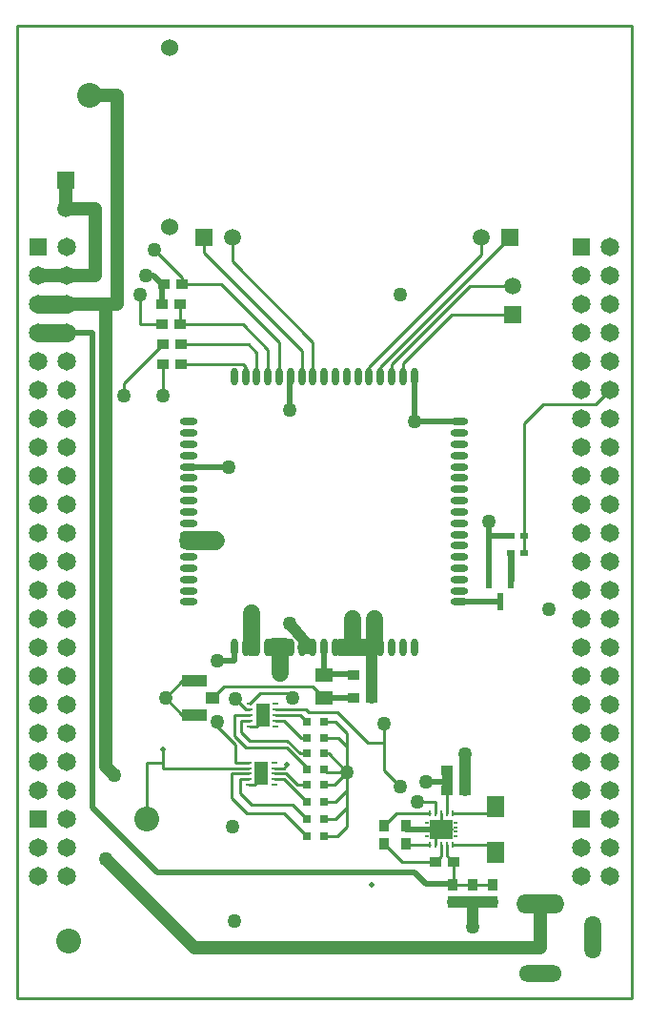
<source format=gtl>
%FSLAX25Y25*%
%MOIN*%
G70*
G01*
G75*
G04 Layer_Physical_Order=1*
G04 Layer_Color=255*
%ADD10R,0.03937X0.03740*%
%ADD11O,0.06299X0.02362*%
%ADD12O,0.02362X0.06299*%
%ADD13R,0.03150X0.02362*%
%ADD14R,0.08661X0.03937*%
%ADD15R,0.04724X0.03937*%
%ADD16O,0.02362X0.00984*%
%ADD17R,0.04724X0.07874*%
%ADD18R,0.03150X0.03150*%
%ADD19R,0.06300X0.05000*%
%ADD20R,0.05906X0.07480*%
%ADD21O,0.00945X0.02362*%
%ADD22R,0.08465X0.06693*%
%ADD23R,0.03740X0.03937*%
%ADD24R,0.02362X0.05906*%
%ADD25C,0.04500*%
%ADD26C,0.03500*%
%ADD27C,0.02000*%
%ADD28C,0.01000*%
%ADD29C,0.06300*%
%ADD30C,0.04000*%
%ADD31C,0.06500*%
%ADD32C,0.06000*%
%ADD33C,0.02200*%
%ADD34R,0.01732X0.00787*%
%ADD35C,0.06000*%
%ADD36O,0.16929X0.06693*%
%ADD37O,0.05906X0.14961*%
%ADD38O,0.14961X0.05906*%
%ADD39C,0.05906*%
%ADD40R,0.05906X0.05906*%
%ADD41C,0.08700*%
%ADD42C,0.06496*%
%ADD43R,0.06496X0.06496*%
%ADD44R,0.05906X0.05906*%
%ADD45C,0.05000*%
%ADD46C,0.02000*%
%ADD47C,0.01969*%
D10*
X57299Y-111500D02*
D03*
X51000D02*
D03*
X50850Y-104500D02*
D03*
X57150D02*
D03*
X50850Y-97500D02*
D03*
X57150D02*
D03*
X51350Y-90500D02*
D03*
X57650D02*
D03*
X124000Y-227000D02*
D03*
X117701D02*
D03*
X124150Y-235000D02*
D03*
X117850D02*
D03*
X57299Y-118500D02*
D03*
X51000D02*
D03*
X150500Y-260500D02*
D03*
X156799D02*
D03*
X150500Y-267500D02*
D03*
X156799D02*
D03*
X152650Y-292500D02*
D03*
X146350D02*
D03*
D11*
X154744Y-201496D02*
D03*
Y-197559D02*
D03*
Y-193622D02*
D03*
Y-189685D02*
D03*
Y-185748D02*
D03*
Y-181811D02*
D03*
Y-177874D02*
D03*
Y-173937D02*
D03*
Y-170000D02*
D03*
Y-166063D02*
D03*
Y-162126D02*
D03*
Y-158189D02*
D03*
Y-154252D02*
D03*
Y-150315D02*
D03*
Y-146378D02*
D03*
Y-142441D02*
D03*
Y-138504D02*
D03*
X60256D02*
D03*
Y-142441D02*
D03*
Y-146378D02*
D03*
Y-150315D02*
D03*
Y-154252D02*
D03*
Y-158189D02*
D03*
Y-162126D02*
D03*
Y-166063D02*
D03*
Y-170000D02*
D03*
Y-173937D02*
D03*
Y-177874D02*
D03*
Y-181811D02*
D03*
Y-185748D02*
D03*
Y-189685D02*
D03*
Y-193622D02*
D03*
Y-197559D02*
D03*
Y-201496D02*
D03*
D12*
X138996Y-122756D02*
D03*
X135059D02*
D03*
X131122D02*
D03*
X127185D02*
D03*
X123248D02*
D03*
X119311D02*
D03*
X115374D02*
D03*
X111437D02*
D03*
X107500D02*
D03*
X103563D02*
D03*
X99626D02*
D03*
X95689D02*
D03*
X91752D02*
D03*
X87815D02*
D03*
X83878D02*
D03*
X79941D02*
D03*
X76004D02*
D03*
Y-217244D02*
D03*
X79941D02*
D03*
X83878D02*
D03*
X87815D02*
D03*
X91752D02*
D03*
X95689D02*
D03*
X99626D02*
D03*
X103563D02*
D03*
X107500D02*
D03*
X111437D02*
D03*
X115374D02*
D03*
X119311D02*
D03*
X123248D02*
D03*
X127185D02*
D03*
X131122D02*
D03*
X135059D02*
D03*
X138996D02*
D03*
D13*
X172638Y-184500D02*
D03*
X177362D02*
D03*
X177362Y-178500D02*
D03*
X172638D02*
D03*
D14*
X62000Y-240905D02*
D03*
Y-229095D02*
D03*
D15*
X68500Y-235000D02*
D03*
D16*
X81472Y-237063D02*
D03*
Y-239032D02*
D03*
Y-241000D02*
D03*
Y-242969D02*
D03*
Y-244937D02*
D03*
X90528D02*
D03*
Y-242969D02*
D03*
Y-241000D02*
D03*
Y-239032D02*
D03*
Y-237063D02*
D03*
X80972Y-257563D02*
D03*
Y-259531D02*
D03*
Y-261500D02*
D03*
Y-263469D02*
D03*
Y-265437D02*
D03*
X90028D02*
D03*
Y-263469D02*
D03*
Y-261500D02*
D03*
Y-259531D02*
D03*
Y-257563D02*
D03*
D17*
X86000Y-241000D02*
D03*
X85500Y-261500D02*
D03*
D18*
X107453Y-265500D02*
D03*
X101547D02*
D03*
X107453Y-271500D02*
D03*
X101547D02*
D03*
X107453Y-249000D02*
D03*
X101547D02*
D03*
X107500Y-243500D02*
D03*
X101594D02*
D03*
X107453Y-283500D02*
D03*
X101547D02*
D03*
X107453Y-277500D02*
D03*
X101547D02*
D03*
X107453Y-260000D02*
D03*
X101547D02*
D03*
X107453Y-254500D02*
D03*
X101547D02*
D03*
D19*
X107350Y-227000D02*
D03*
Y-235000D02*
D03*
D20*
X167500Y-289071D02*
D03*
Y-272929D02*
D03*
D21*
X144563Y-286512D02*
D03*
X146531D02*
D03*
X150469D02*
D03*
X148500D02*
D03*
X152437D02*
D03*
Y-275488D02*
D03*
X148500D02*
D03*
X150469D02*
D03*
X146531D02*
D03*
X144563D02*
D03*
D22*
X148500Y-281000D02*
D03*
D23*
X166500Y-300201D02*
D03*
Y-306500D02*
D03*
X159500Y-300201D02*
D03*
Y-306500D02*
D03*
X152500Y-300201D02*
D03*
Y-306500D02*
D03*
X128500Y-286150D02*
D03*
Y-279850D02*
D03*
X136000Y-279850D02*
D03*
Y-286150D02*
D03*
D24*
X169000Y-201240D02*
D03*
X165260Y-193760D02*
D03*
X172740D02*
D03*
D25*
X183000Y-322500D02*
Y-306900D01*
X62000Y-322500D02*
X183000D01*
X31000Y-291500D02*
X62000Y-322500D01*
X31000Y-97500D02*
X35000D01*
X17500D02*
X31000D01*
Y-259000D02*
Y-97500D01*
Y-259000D02*
X34000Y-262000D01*
X25500Y-24500D02*
X35000D01*
Y-97500D02*
Y-24500D01*
X17000Y-64000D02*
Y-54000D01*
X100500Y-217244D02*
X102500D01*
X17000Y-64000D02*
X27500D01*
Y-87500D02*
Y-64000D01*
X17500Y-87500D02*
X27500D01*
X7500D02*
X17500D01*
D26*
X150500Y-264500D02*
Y-260500D01*
Y-267500D02*
Y-264500D01*
D27*
X143000D02*
X150500D01*
X143051Y-300051D02*
X152650D01*
X139000Y-296000D02*
X143051Y-300051D01*
X49000Y-296000D02*
X139000D01*
X26500Y-273500D02*
X49000Y-296000D01*
X26500Y-273500D02*
Y-107500D01*
X17500D02*
X26500D01*
X50850Y-97500D02*
Y-90500D01*
X45000Y-87500D02*
X47850D01*
X50850Y-90500D01*
X139000Y-138500D02*
Y-122756D01*
Y-138500D02*
X154744D01*
X95500Y-134500D02*
Y-122756D01*
X95689D01*
X60256Y-154500D02*
X74000D01*
X60256D02*
Y-154252D01*
X136000Y-281000D02*
X145252D01*
X136000D02*
Y-279850D01*
X165000Y-178500D02*
Y-173500D01*
Y-193760D02*
Y-178500D01*
Y-193760D02*
X165260D01*
X165000Y-178500D02*
X172638D01*
X70000Y-222000D02*
X76004D01*
Y-217244D01*
X154744Y-201496D02*
X168244D01*
X168500Y-201240D01*
X107350Y-235000D02*
X117850D01*
X107500Y-226850D02*
X117551D01*
X107500D02*
Y-217244D01*
D28*
X140000Y-271500D02*
X146531D01*
Y-275488D02*
Y-271500D01*
X152650Y-300051D02*
X152799Y-300201D01*
X51000Y-259531D02*
X80972D01*
X148500Y-278638D02*
Y-275488D01*
X83113Y-265437D02*
X85500Y-263050D01*
X80972Y-265437D02*
X83113D01*
X57906Y-229095D02*
X62000D01*
X57906Y-240905D02*
X62000D01*
X52000Y-235000D02*
X57906Y-229095D01*
X52000Y-235000D02*
X57906Y-240905D01*
X43000Y-104500D02*
X50850D01*
X43000D02*
Y-94000D01*
X57150Y-104500D02*
Y-97500D01*
Y-104500D02*
X79000D01*
X70000Y-245000D02*
Y-243500D01*
Y-245000D02*
X76500Y-251500D01*
X146531Y-286512D02*
Y-282968D01*
X83613Y-244937D02*
X86000Y-242550D01*
X81472Y-244937D02*
X83613D01*
X115500Y-273500D02*
Y-267500D01*
Y-280000D02*
Y-273500D01*
X111500Y-277500D02*
X115500Y-273500D01*
X107453Y-277500D02*
X111500D01*
X112000Y-283500D02*
X115500Y-280000D01*
X107453Y-283500D02*
X112000D01*
X115500Y-267500D02*
Y-261000D01*
X111500Y-271500D02*
X115500Y-267500D01*
X107453Y-271500D02*
X111500D01*
X111000Y-265500D02*
X115500Y-261000D01*
X107453Y-265500D02*
X111000D01*
X108453Y-261000D02*
X115500D01*
X107453Y-260000D02*
X108453Y-261000D01*
X109000Y-254500D02*
X115500Y-261000D01*
X107453Y-254500D02*
X109000D01*
X115500Y-252000D02*
Y-247500D01*
Y-261000D02*
Y-252000D01*
X112500Y-249000D02*
X115500Y-252000D01*
X107453Y-249000D02*
X112500D01*
X111500Y-243500D02*
X115500Y-247500D01*
X107500Y-243500D02*
X111500D01*
X128500Y-260500D02*
X134000Y-266000D01*
X128500Y-260500D02*
Y-250724D01*
X45500Y-277500D02*
Y-257760D01*
X50791D01*
X122724Y-250724D02*
X128500D01*
Y-244000D01*
X37500Y-125000D02*
X51000Y-111500D01*
X37500Y-129500D02*
Y-125000D01*
X51000Y-259531D02*
Y-253000D01*
X93468Y-259531D02*
X94500Y-258500D01*
X90028Y-259531D02*
X93468D01*
X80000Y-252500D02*
X94500D01*
X101774Y-259774D01*
X90028Y-261500D02*
X94000D01*
X98000Y-265500D01*
X101547D01*
X76500Y-257563D02*
X80972D01*
X76500D02*
Y-251500D01*
X177362Y-178500D02*
Y-139138D01*
Y-184500D02*
Y-178500D01*
Y-139138D02*
X184000Y-132500D01*
X202500D01*
X207500Y-127500D01*
X51000Y-129500D02*
Y-118500D01*
X57650Y-90500D02*
Y-88150D01*
X48000Y-78500D02*
X57650Y-88150D01*
X95000Y-233500D02*
X96500Y-235000D01*
X85035Y-233500D02*
X95000D01*
X81472Y-237063D02*
X85035Y-233500D01*
X80032Y-239032D02*
X81472D01*
X76500Y-235500D02*
X80032Y-239032D01*
X103350Y-231000D02*
X107350Y-235000D01*
X72500Y-231000D02*
X103350D01*
X68500Y-235000D02*
X72500Y-231000D01*
X57299Y-118500D02*
X79000D01*
X79941Y-119441D01*
Y-122756D02*
Y-119441D01*
X57299Y-111500D02*
X81000D01*
X83878Y-114378D01*
Y-122756D02*
Y-114378D01*
X79000Y-104500D02*
X87815Y-113315D01*
Y-122756D02*
Y-113315D01*
X57650Y-90500D02*
X71500D01*
X91752Y-110752D01*
Y-122756D02*
Y-110752D01*
X65500Y-79500D02*
Y-74000D01*
Y-79500D02*
X99626Y-113626D01*
Y-122756D02*
Y-113626D01*
X75500Y-82500D02*
Y-74000D01*
Y-82500D02*
X103563Y-110563D01*
Y-122756D02*
Y-110563D01*
X162500Y-80000D02*
Y-74000D01*
X123248Y-119252D02*
X162500Y-80000D01*
X123248Y-122756D02*
Y-119252D01*
X127185Y-119315D02*
X172500Y-74000D01*
X127185Y-122756D02*
Y-119315D01*
X158500Y-91000D02*
X173500D01*
X131122Y-118378D02*
X158500Y-91000D01*
X131122Y-122756D02*
Y-118378D01*
X152059Y-101000D02*
X173500D01*
X135059Y-118000D02*
X152059Y-101000D01*
X135059Y-122756D02*
Y-118000D01*
X112000Y-240000D02*
X122724Y-250724D01*
X102000Y-240000D02*
X112000D01*
X101031Y-239032D02*
X102000Y-240000D01*
X90528Y-239032D02*
X101031D01*
X159500Y-300201D02*
X166500D01*
X152799D02*
X159500D01*
X152650Y-300051D02*
Y-292500D01*
X152437Y-275488D02*
X164941D01*
X167500Y-272929D01*
X164941Y-286512D02*
X167500Y-289071D01*
X152437Y-286512D02*
X164941D01*
X150469Y-275488D02*
Y-267531D01*
X132862Y-275488D02*
X144563D01*
X128500Y-279850D02*
X132862Y-275488D01*
X128500Y-286150D02*
X134850Y-292500D01*
X146350D01*
X148500Y-290350D02*
Y-286512D01*
X146350Y-292500D02*
X148500Y-290350D01*
X150469Y-290319D02*
X152650Y-292500D01*
X150469Y-290319D02*
Y-286512D01*
X136362D02*
X144563D01*
X90528Y-241000D02*
X99094D01*
X101594Y-243500D01*
X75000Y-261500D02*
X80972D01*
X75000Y-270000D02*
Y-261500D01*
Y-270000D02*
X80500Y-275500D01*
X93547D01*
X101547Y-283500D01*
X78000Y-263469D02*
X80972D01*
X78000Y-268500D02*
Y-263469D01*
Y-268500D02*
X82000Y-272500D01*
X96547D01*
X101547Y-277500D01*
X90028Y-263469D02*
X93516D01*
X101547Y-271500D01*
X76000Y-241000D02*
X81472D01*
X76000Y-248500D02*
Y-241000D01*
Y-248500D02*
X80000Y-252500D01*
X78500Y-247000D02*
Y-242969D01*
Y-247000D02*
X81500Y-250000D01*
X94500D01*
X99000Y-254500D01*
X101547D01*
X78500Y-242969D02*
X81472D01*
X90559Y-243000D02*
X93500D01*
X99500Y-249000D01*
X101547D01*
X0Y-340000D02*
X215000D01*
X0D02*
Y0D01*
X215000D01*
Y-340000D02*
Y0D01*
D29*
X7500Y-107500D02*
X17500D01*
X7500Y-97500D02*
X17500D01*
D30*
X159500Y-315000D02*
Y-306500D01*
X95319Y-209000D02*
X102500Y-217244D01*
X159500Y-306500D02*
X166500D01*
X152500D02*
X159500D01*
X156799Y-260500D02*
Y-254701D01*
Y-267500D02*
Y-260500D01*
X124150Y-235000D02*
Y-218146D01*
X123248Y-217244D02*
X124150Y-218146D01*
D31*
X60000Y-180000D02*
X69500D01*
X90000Y-217244D02*
X93500D01*
D32*
X92000Y-226500D02*
Y-217244D01*
X125000Y-217500D02*
Y-207500D01*
X82000Y-217500D02*
Y-205500D01*
X117500Y-217244D02*
Y-207500D01*
Y-217500D02*
Y-217244D01*
X123248D02*
X124744D01*
X119311D02*
X123248D01*
X117500D02*
X119311D01*
X115374D02*
X117500D01*
X113500D02*
X115374D01*
D33*
X172740Y-193760D02*
Y-184602D01*
D34*
X143461Y-278638D02*
D03*
X143460Y-280213D02*
D03*
Y-281787D02*
D03*
X143461Y-283363D02*
D03*
X153539D02*
D03*
X153539Y-281787D02*
D03*
Y-280213D02*
D03*
X153539Y-278638D02*
D03*
D35*
X53500Y-70200D02*
D03*
Y-7800D02*
D03*
D36*
X183000Y-306900D02*
D03*
D37*
X201504Y-318700D02*
D03*
D38*
X183000Y-331500D02*
D03*
D39*
X162500Y-74000D02*
D03*
X75500D02*
D03*
X17000Y-64000D02*
D03*
X173500Y-91000D02*
D03*
D40*
X172500Y-74000D02*
D03*
X65500D02*
D03*
D41*
X45500Y-277500D02*
D03*
X25500Y-24500D02*
D03*
X18000Y-320000D02*
D03*
D42*
X17500Y-167500D02*
D03*
X7500D02*
D03*
X17500Y-157500D02*
D03*
X7500D02*
D03*
X17500Y-147500D02*
D03*
X7500D02*
D03*
X17500Y-77500D02*
D03*
X7500Y-87500D02*
D03*
X17500D02*
D03*
X7500Y-97500D02*
D03*
X17500D02*
D03*
X7500Y-107500D02*
D03*
X17500D02*
D03*
X7500Y-117500D02*
D03*
X17500D02*
D03*
X7500Y-127500D02*
D03*
X17500D02*
D03*
X7500Y-137500D02*
D03*
X17500D02*
D03*
X7500Y-177500D02*
D03*
X17500D02*
D03*
X7500Y-187500D02*
D03*
X17500D02*
D03*
X7500Y-197500D02*
D03*
X17500D02*
D03*
X7500Y-207500D02*
D03*
X17500D02*
D03*
X7500Y-217500D02*
D03*
X17500D02*
D03*
X7500Y-227500D02*
D03*
X17500D02*
D03*
X7500Y-237500D02*
D03*
X17500D02*
D03*
X7500Y-247500D02*
D03*
X17500D02*
D03*
X7500Y-257500D02*
D03*
X17500D02*
D03*
X7500Y-267500D02*
D03*
X17500D02*
D03*
X207500Y-167500D02*
D03*
X197500D02*
D03*
X207500Y-157500D02*
D03*
X197500D02*
D03*
X207500Y-147500D02*
D03*
X197500D02*
D03*
X207500Y-77500D02*
D03*
X197500Y-87500D02*
D03*
X207500D02*
D03*
X197500Y-97500D02*
D03*
X207500D02*
D03*
X197500Y-107500D02*
D03*
X207500D02*
D03*
X197500Y-117500D02*
D03*
X207500D02*
D03*
X197500Y-127500D02*
D03*
X207500D02*
D03*
X197500Y-137500D02*
D03*
X207500D02*
D03*
X197500Y-177500D02*
D03*
X207500D02*
D03*
X197500Y-187500D02*
D03*
X207500D02*
D03*
X197500Y-197500D02*
D03*
X207500D02*
D03*
X197500Y-207500D02*
D03*
X207500D02*
D03*
X197500Y-217500D02*
D03*
X207500D02*
D03*
X197500Y-227500D02*
D03*
X207500D02*
D03*
X197500Y-237500D02*
D03*
X207500D02*
D03*
X197500Y-247500D02*
D03*
X207500D02*
D03*
X197500Y-257500D02*
D03*
X207500D02*
D03*
X197500Y-267500D02*
D03*
X207500D02*
D03*
Y-297500D02*
D03*
X197500D02*
D03*
X207500Y-287500D02*
D03*
X197500D02*
D03*
X207500Y-277500D02*
D03*
X17500Y-297500D02*
D03*
X7500D02*
D03*
X17500Y-287500D02*
D03*
X7500D02*
D03*
X17500Y-277500D02*
D03*
D43*
X7500Y-77500D02*
D03*
X197500D02*
D03*
Y-277500D02*
D03*
X7500D02*
D03*
D44*
X17000Y-54000D02*
D03*
X173500Y-101000D02*
D03*
D45*
X31000Y-291500D02*
D03*
X34000Y-262000D02*
D03*
X143000Y-264500D02*
D03*
X159500Y-315000D02*
D03*
X134000Y-94000D02*
D03*
X186000Y-204000D02*
D03*
X75500Y-280000D02*
D03*
X76000Y-313000D02*
D03*
X95319Y-209000D02*
D03*
X45000Y-87500D02*
D03*
X139000Y-138500D02*
D03*
X95500Y-134500D02*
D03*
X74000Y-154500D02*
D03*
X69500Y-180000D02*
D03*
X165000Y-173500D02*
D03*
X156799Y-254701D02*
D03*
X82000Y-205500D02*
D03*
X117500Y-207500D02*
D03*
X125000D02*
D03*
X52000Y-235000D02*
D03*
X115500Y-261000D02*
D03*
X134000Y-266000D02*
D03*
X92000Y-226500D02*
D03*
X70000Y-243500D02*
D03*
Y-222000D02*
D03*
X43000Y-94000D02*
D03*
X37500Y-129500D02*
D03*
X51000D02*
D03*
X48000Y-78500D02*
D03*
X76500Y-235500D02*
D03*
X96500Y-235000D02*
D03*
X128500Y-244000D02*
D03*
X140000Y-271500D02*
D03*
D46*
X124000Y-300500D02*
D03*
X51000Y-253000D02*
D03*
X94500Y-258500D02*
D03*
D47*
X86000Y-242550D02*
D03*
Y-239450D02*
D03*
X85500Y-263050D02*
D03*
Y-259950D02*
D03*
X148500Y-283362D02*
D03*
X145252Y-281000D02*
D03*
X148500Y-278638D02*
D03*
X151748Y-281000D02*
D03*
M02*

</source>
